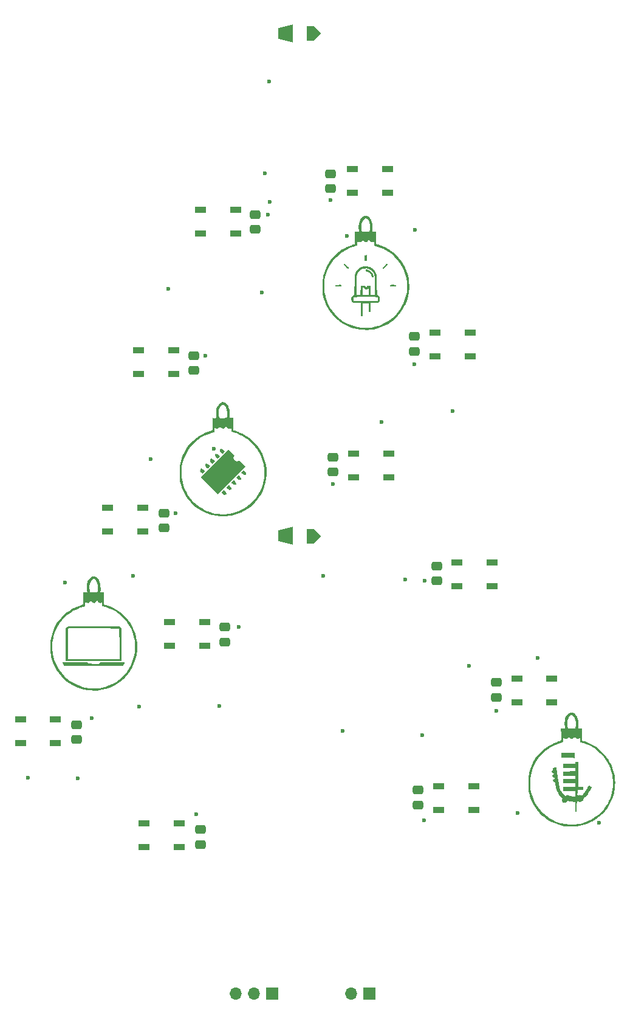
<source format=gbs>
G04 #@! TF.GenerationSoftware,KiCad,Pcbnew,8.0.6*
G04 #@! TF.CreationDate,2024-11-23T10:35:43+01:00*
G04 #@! TF.ProjectId,ChristmasTree,43687269-7374-46d6-9173-547265652e6b,rev?*
G04 #@! TF.SameCoordinates,Original*
G04 #@! TF.FileFunction,Soldermask,Bot*
G04 #@! TF.FilePolarity,Negative*
%FSLAX46Y46*%
G04 Gerber Fmt 4.6, Leading zero omitted, Abs format (unit mm)*
G04 Created by KiCad (PCBNEW 8.0.6) date 2024-11-23 10:35:43*
%MOMM*%
%LPD*%
G01*
G04 APERTURE LIST*
G04 Aperture macros list*
%AMRoundRect*
0 Rectangle with rounded corners*
0 $1 Rounding radius*
0 $2 $3 $4 $5 $6 $7 $8 $9 X,Y pos of 4 corners*
0 Add a 4 corners polygon primitive as box body*
4,1,4,$2,$3,$4,$5,$6,$7,$8,$9,$2,$3,0*
0 Add four circle primitives for the rounded corners*
1,1,$1+$1,$2,$3*
1,1,$1+$1,$4,$5*
1,1,$1+$1,$6,$7*
1,1,$1+$1,$8,$9*
0 Add four rect primitives between the rounded corners*
20,1,$1+$1,$2,$3,$4,$5,0*
20,1,$1+$1,$4,$5,$6,$7,0*
20,1,$1+$1,$6,$7,$8,$9,0*
20,1,$1+$1,$8,$9,$2,$3,0*%
%AMOutline4P*
0 Free polygon, 4 corners , with rotation*
0 The origin of the aperture is its center*
0 number of corners: always 4*
0 $1 to $8 corner X, Y*
0 $9 Rotation angle, in degrees counterclockwise*
0 create outline with 4 corners*
4,1,4,$1,$2,$3,$4,$5,$6,$7,$8,$1,$2,$9*%
G04 Aperture macros list end*
%ADD10C,0.000000*%
%ADD11R,1.700000X1.700000*%
%ADD12O,1.700000X1.700000*%
%ADD13Outline4P,-1.000000X-1.250000X1.000000X-0.750000X1.000000X0.750000X-1.000000X1.250000X180.000000*%
%ADD14R,1.500000X0.900000*%
%ADD15RoundRect,0.250000X0.475000X-0.337500X0.475000X0.337500X-0.475000X0.337500X-0.475000X-0.337500X0*%
%ADD16RoundRect,0.250000X-0.475000X0.337500X-0.475000X-0.337500X0.475000X-0.337500X0.475000X0.337500X0*%
%ADD17Outline4P,-0.500000X-1.000000X0.500000X0.000000X0.500000X0.000000X-0.500000X1.000000X0.000000*%
%ADD18R,1.000000X2.000000*%
%ADD19C,0.600000*%
G04 APERTURE END LIST*
D10*
G36*
X105552320Y-70877986D02*
G01*
X105585932Y-70882039D01*
X105590526Y-70886833D01*
X105604271Y-70931162D01*
X105609803Y-71001282D01*
X105609803Y-71105771D01*
X105185586Y-71105771D01*
X104761369Y-71105771D01*
X104761369Y-71003857D01*
X104761369Y-70901942D01*
X105161715Y-70884614D01*
X105232306Y-70881803D01*
X105365652Y-70877928D01*
X105475609Y-70876636D01*
X105552320Y-70877986D01*
G37*
G36*
X109162622Y-67138927D02*
G01*
X109162622Y-67549593D01*
X109076453Y-67560287D01*
X109060899Y-67562208D01*
X108974089Y-67571838D01*
X108925342Y-67573039D01*
X108901946Y-67564854D01*
X108891188Y-67546325D01*
X108889521Y-67537786D01*
X108885756Y-67483030D01*
X108883044Y-67389655D01*
X108881621Y-67268083D01*
X108881723Y-67128736D01*
X108884229Y-66744289D01*
X109023426Y-66736275D01*
X109162622Y-66728261D01*
X109162622Y-67138927D01*
G37*
G36*
X90051960Y-98829319D02*
G01*
X90136869Y-98916298D01*
X90230424Y-99031046D01*
X90290349Y-99131310D01*
X90311474Y-99209512D01*
X90311409Y-99212995D01*
X90286761Y-99286538D01*
X90228468Y-99356501D01*
X90152392Y-99403539D01*
X90132174Y-99410233D01*
X90038535Y-99420706D01*
X89943173Y-99393634D01*
X89838654Y-99325776D01*
X89717544Y-99213889D01*
X89587602Y-99080895D01*
X89766362Y-98903885D01*
X89945123Y-98726875D01*
X90051960Y-98829319D01*
G37*
G36*
X112854429Y-70876616D02*
G01*
X113258968Y-70880406D01*
X113267154Y-70993770D01*
X113275341Y-71107134D01*
X112856530Y-71099824D01*
X112830240Y-71099362D01*
X112671009Y-71095814D01*
X112557168Y-71089963D01*
X112482023Y-71079180D01*
X112438878Y-71060837D01*
X112421038Y-71032308D01*
X112421808Y-70990962D01*
X112434493Y-70934174D01*
X112439511Y-70916501D01*
X112450699Y-70898265D01*
X112474223Y-70886152D01*
X112518220Y-70879046D01*
X112590829Y-70875832D01*
X112700186Y-70875393D01*
X112854429Y-70876616D01*
G37*
G36*
X87532973Y-95077280D02*
G01*
X87652516Y-95116759D01*
X87781221Y-95196720D01*
X87909404Y-95311636D01*
X88012867Y-95419960D01*
X87949783Y-95492250D01*
X87918939Y-95527009D01*
X87851653Y-95601128D01*
X87780036Y-95678527D01*
X87673373Y-95792515D01*
X87507664Y-95619496D01*
X87432336Y-95539419D01*
X87381966Y-95478500D01*
X87354924Y-95429157D01*
X87343993Y-95377976D01*
X87341954Y-95311541D01*
X87348538Y-95198003D01*
X87372476Y-95123741D01*
X87418918Y-95085116D01*
X87493010Y-95074039D01*
X87532973Y-95077280D01*
G37*
G36*
X86825900Y-95767079D02*
G01*
X86915246Y-95797562D01*
X87022548Y-95852343D01*
X87133355Y-95923518D01*
X87233216Y-96003186D01*
X87349843Y-96109017D01*
X87177355Y-96281505D01*
X87149098Y-96309406D01*
X87060822Y-96389580D01*
X86999533Y-96431218D01*
X86961191Y-96437232D01*
X86956816Y-96435134D01*
X86915063Y-96401592D01*
X86853946Y-96340019D01*
X86785058Y-96261951D01*
X86722294Y-96183616D01*
X86678542Y-96115914D01*
X86657828Y-96057277D01*
X86652601Y-95992338D01*
X86654496Y-95952310D01*
X86679269Y-95853809D01*
X86728015Y-95787609D01*
X86794723Y-95763391D01*
X86825900Y-95767079D01*
G37*
G36*
X91465023Y-97473517D02*
G01*
X91543622Y-97568298D01*
X91619245Y-97681462D01*
X91670375Y-97784945D01*
X91689597Y-97865797D01*
X91689504Y-97868932D01*
X91669519Y-97920901D01*
X91625100Y-97978480D01*
X91575690Y-98016659D01*
X91478821Y-98042206D01*
X91363291Y-98018768D01*
X91357133Y-98016117D01*
X91304904Y-97982398D01*
X91236047Y-97926519D01*
X91162213Y-97859484D01*
X91095050Y-97792295D01*
X91046209Y-97735955D01*
X91027340Y-97701468D01*
X91030105Y-97693702D01*
X91059457Y-97651821D01*
X91114063Y-97586523D01*
X91185418Y-97508207D01*
X91343496Y-97340949D01*
X91465023Y-97473517D01*
G37*
G36*
X92034487Y-96673152D02*
G01*
X92072510Y-96708224D01*
X92132582Y-96769427D01*
X92205034Y-96847030D01*
X92274866Y-96924678D01*
X92321510Y-96983595D01*
X92344207Y-97029171D01*
X92349339Y-97074612D01*
X92343286Y-97133120D01*
X92338996Y-97160602D01*
X92320407Y-97243677D01*
X92299419Y-97302248D01*
X92252784Y-97340520D01*
X92175458Y-97347780D01*
X92077716Y-97326030D01*
X91969177Y-97278521D01*
X91859460Y-97208507D01*
X91758186Y-97119239D01*
X91653854Y-97010503D01*
X91829441Y-96834916D01*
X91872947Y-96792386D01*
X91945664Y-96726006D01*
X92000435Y-96682163D01*
X92027875Y-96668719D01*
X92034487Y-96673152D01*
G37*
G36*
X111946313Y-67926312D02*
G01*
X111983399Y-67950105D01*
X112037442Y-67994058D01*
X112115080Y-68062297D01*
X111823004Y-68351153D01*
X111765946Y-68407007D01*
X111668855Y-68499263D01*
X111587376Y-68573152D01*
X111528724Y-68622219D01*
X111500115Y-68640009D01*
X111475060Y-68631343D01*
X111426532Y-68595708D01*
X111382466Y-68549783D01*
X111363248Y-68512550D01*
X111365489Y-68507416D01*
X111394511Y-68470945D01*
X111450819Y-68408579D01*
X111526470Y-68328390D01*
X111613516Y-68238450D01*
X111704014Y-68146829D01*
X111790018Y-68061600D01*
X111863582Y-67990835D01*
X111916763Y-67942605D01*
X111941613Y-67924981D01*
X111946313Y-67926312D01*
G37*
G36*
X88989888Y-93732478D02*
G01*
X89087450Y-93788668D01*
X89209325Y-93882101D01*
X89271614Y-93932564D01*
X89338512Y-93984400D01*
X89380875Y-94014362D01*
X89388938Y-94020443D01*
X89394756Y-94041362D01*
X89375568Y-94075821D01*
X89326416Y-94130958D01*
X89242347Y-94213914D01*
X89175641Y-94277952D01*
X89108373Y-94336189D01*
X89058393Y-94359686D01*
X89012872Y-94348879D01*
X88958980Y-94304204D01*
X88883889Y-94226097D01*
X88837907Y-94175211D01*
X88746085Y-94048962D01*
X88697392Y-93937025D01*
X88692299Y-93842833D01*
X88731276Y-93769817D01*
X88814792Y-93721406D01*
X88830559Y-93716696D01*
X88907353Y-93709748D01*
X88989888Y-93732478D01*
G37*
G36*
X90696741Y-98058531D02*
G01*
X90744533Y-98110340D01*
X90802689Y-98188640D01*
X90863119Y-98282391D01*
X90917732Y-98380550D01*
X90931949Y-98409929D01*
X90968912Y-98521581D01*
X90963400Y-98605534D01*
X90915386Y-98665124D01*
X90841824Y-98701516D01*
X90741059Y-98706687D01*
X90628684Y-98664665D01*
X90500437Y-98574521D01*
X90485614Y-98562123D01*
X90409631Y-98496511D01*
X90351749Y-98443210D01*
X90323507Y-98412769D01*
X90322654Y-98409964D01*
X90338099Y-98375443D01*
X90381351Y-98317567D01*
X90442584Y-98246785D01*
X90511970Y-98173546D01*
X90579681Y-98108296D01*
X90635892Y-98061484D01*
X90670775Y-98043558D01*
X90696741Y-98058531D01*
G37*
G36*
X89302127Y-99445890D02*
G01*
X89353356Y-99499734D01*
X89416417Y-99576021D01*
X89481398Y-99662034D01*
X89538388Y-99745059D01*
X89577475Y-99812378D01*
X89607191Y-99885202D01*
X89611655Y-99955994D01*
X89573304Y-100011703D01*
X89487567Y-100065177D01*
X89424831Y-100093577D01*
X89345879Y-100110842D01*
X89271797Y-100095927D01*
X89190291Y-100045468D01*
X89089068Y-99956099D01*
X89020704Y-99888723D01*
X88967940Y-99828294D01*
X88946432Y-99786959D01*
X88950662Y-99756771D01*
X88962949Y-99738248D01*
X89007354Y-99684166D01*
X89068992Y-99616982D01*
X89137367Y-99547238D01*
X89201980Y-99485478D01*
X89252336Y-99442244D01*
X89277935Y-99428078D01*
X89302127Y-99445890D01*
G37*
G36*
X88307240Y-94417814D02*
G01*
X88398292Y-94472497D01*
X88515192Y-94562458D01*
X88535385Y-94578901D01*
X88611011Y-94641245D01*
X88654581Y-94687360D01*
X88665566Y-94728511D01*
X88643438Y-94775965D01*
X88587670Y-94840987D01*
X88497733Y-94934842D01*
X88490669Y-94942183D01*
X88422643Y-95008700D01*
X88367685Y-95055476D01*
X88337118Y-95072784D01*
X88335588Y-95072622D01*
X88299373Y-95048199D01*
X88245976Y-94990963D01*
X88184456Y-94913060D01*
X88123873Y-94826637D01*
X88073287Y-94743840D01*
X88041758Y-94676814D01*
X88033920Y-94651688D01*
X88022944Y-94543971D01*
X88055209Y-94461637D01*
X88129222Y-94409253D01*
X88163213Y-94398614D01*
X88232170Y-94394492D01*
X88307240Y-94417814D01*
G37*
G36*
X106083475Y-67941053D02*
G01*
X106134253Y-67971889D01*
X106206703Y-68031719D01*
X106307963Y-68125538D01*
X106380022Y-68194152D01*
X106472380Y-68281961D01*
X106549663Y-68355291D01*
X106600225Y-68403081D01*
X106621081Y-68422894D01*
X106655857Y-68463461D01*
X106657438Y-68496781D01*
X106630318Y-68543885D01*
X106585309Y-68592988D01*
X106540884Y-68613496D01*
X106531234Y-68610397D01*
X106485015Y-68578760D01*
X106413025Y-68518389D01*
X106323064Y-68436029D01*
X106222928Y-68338428D01*
X106200317Y-68315688D01*
X106096648Y-68209215D01*
X106026223Y-68131439D01*
X105984226Y-68076167D01*
X105965840Y-68037206D01*
X105966251Y-68008364D01*
X105985734Y-67974113D01*
X106037555Y-67936278D01*
X106047233Y-67934217D01*
X106083475Y-67941053D01*
G37*
G36*
X86122396Y-96405988D02*
G01*
X86178598Y-96438775D01*
X86258326Y-96493303D01*
X86350724Y-96562412D01*
X86465928Y-96651693D01*
X86545330Y-96715474D01*
X86591860Y-96760715D01*
X86609452Y-96795162D01*
X86602044Y-96826560D01*
X86573572Y-96862654D01*
X86527971Y-96911191D01*
X86482813Y-96961788D01*
X86418823Y-97038622D01*
X86374615Y-97097985D01*
X86373644Y-97099455D01*
X86331509Y-97148348D01*
X86294723Y-97168611D01*
X86269433Y-97155655D01*
X86217770Y-97109263D01*
X86152644Y-97039826D01*
X86083550Y-96958602D01*
X86019982Y-96876851D01*
X85971437Y-96805830D01*
X85947408Y-96756798D01*
X85946259Y-96719679D01*
X85962274Y-96645922D01*
X85992871Y-96561512D01*
X86031234Y-96481983D01*
X86070550Y-96422873D01*
X86104007Y-96399717D01*
X86122396Y-96405988D01*
G37*
G36*
X109235916Y-68746854D02*
G01*
X109383617Y-68786027D01*
X109602447Y-68883404D01*
X109789738Y-69018569D01*
X109941212Y-69187349D01*
X110052590Y-69385570D01*
X110119595Y-69609058D01*
X110129560Y-69673300D01*
X110136008Y-69751392D01*
X110132439Y-69797512D01*
X110128772Y-69804735D01*
X110089397Y-69826440D01*
X110008160Y-69828028D01*
X109991312Y-69826735D01*
X109936910Y-69818754D01*
X109903481Y-69797578D01*
X109878922Y-69750686D01*
X109851131Y-69665554D01*
X109821475Y-69577914D01*
X109765588Y-69455524D01*
X109693456Y-69352043D01*
X109596640Y-69258333D01*
X109466697Y-69165256D01*
X109295190Y-69063674D01*
X109212968Y-69016573D01*
X109121435Y-68957464D01*
X109065553Y-68908055D01*
X109037650Y-68860973D01*
X109030054Y-68808845D01*
X109030057Y-68807478D01*
X109038502Y-68757360D01*
X109069451Y-68732409D01*
X109132167Y-68729837D01*
X109235916Y-68746854D01*
G37*
G36*
X138141954Y-136379280D02*
G01*
X138141954Y-136753371D01*
X138047413Y-136753371D01*
X138042246Y-136753333D01*
X137963894Y-136745300D01*
X137904515Y-136727490D01*
X137867016Y-136720487D01*
X137782041Y-136713943D01*
X137656170Y-136708314D01*
X137495566Y-136703816D01*
X137306392Y-136700664D01*
X137094808Y-136699076D01*
X137055933Y-136698928D01*
X136861505Y-136697630D01*
X136684805Y-136695548D01*
X136532891Y-136692832D01*
X136412825Y-136689628D01*
X136331667Y-136686084D01*
X136296475Y-136682349D01*
X136276576Y-136663719D01*
X136264284Y-136619646D01*
X136260394Y-136543673D01*
X136264575Y-136428931D01*
X136276495Y-136268551D01*
X136293501Y-136067379D01*
X137118301Y-136055028D01*
X137201510Y-136053695D01*
X137406157Y-136049674D01*
X137594916Y-136044943D01*
X137760360Y-136039754D01*
X137895062Y-136034356D01*
X137991593Y-136028999D01*
X138042528Y-136023933D01*
X138141954Y-136005189D01*
X138141954Y-136379280D01*
G37*
G36*
X89890961Y-93801707D02*
G01*
X89918540Y-93824165D01*
X89975367Y-93877242D01*
X90054789Y-93954220D01*
X90150151Y-94048381D01*
X90254799Y-94153008D01*
X90362078Y-94261383D01*
X90465334Y-94366787D01*
X90557913Y-94462503D01*
X90633160Y-94541813D01*
X90684421Y-94598000D01*
X90705041Y-94624344D01*
X90698986Y-94662216D01*
X90670509Y-94718143D01*
X90658023Y-94741225D01*
X90629867Y-94821760D01*
X90611558Y-94913942D01*
X90608810Y-94983492D01*
X90636501Y-95124852D01*
X90703181Y-95251030D01*
X90801003Y-95352702D01*
X90922119Y-95420543D01*
X91058683Y-95445229D01*
X91092396Y-95444072D01*
X91196152Y-95430131D01*
X91283308Y-95405458D01*
X91297377Y-95399762D01*
X91369523Y-95375525D01*
X91420934Y-95365688D01*
X91428056Y-95368135D01*
X91470578Y-95398557D01*
X91541889Y-95459396D01*
X91635905Y-95545153D01*
X91746541Y-95650332D01*
X91867712Y-95769433D01*
X92272048Y-96173178D01*
X90349584Y-98097520D01*
X88427120Y-100021862D01*
X87838138Y-99436961D01*
X87684173Y-99283795D01*
X87479698Y-99079802D01*
X87261124Y-98861232D01*
X87040935Y-98640585D01*
X86831620Y-98430364D01*
X86645662Y-98243069D01*
X86042169Y-97634077D01*
X87957836Y-95717732D01*
X88154803Y-95520781D01*
X88412053Y-95263821D01*
X88656921Y-95019531D01*
X88886900Y-94790397D01*
X89099483Y-94578907D01*
X89292163Y-94387547D01*
X89462432Y-94218805D01*
X89607784Y-94075166D01*
X89725711Y-93959118D01*
X89813706Y-93873148D01*
X89869262Y-93819742D01*
X89889871Y-93801387D01*
X89890961Y-93801707D01*
G37*
G36*
X74097339Y-123417123D02*
G01*
X74387702Y-123417407D01*
X74632955Y-123418000D01*
X74836884Y-123419003D01*
X75003274Y-123420520D01*
X75135909Y-123422653D01*
X75238573Y-123425504D01*
X75315052Y-123429177D01*
X75369128Y-123433773D01*
X75404588Y-123439395D01*
X75425216Y-123446146D01*
X75434796Y-123454128D01*
X75437112Y-123463444D01*
X75437051Y-123465736D01*
X75419699Y-123526483D01*
X75378348Y-123610430D01*
X75322880Y-123701310D01*
X75263178Y-123782851D01*
X75209123Y-123838785D01*
X75137922Y-123894791D01*
X71100236Y-123887912D01*
X67062550Y-123881032D01*
X66978226Y-123801492D01*
X66937020Y-123755833D01*
X66880747Y-123673241D01*
X66834871Y-123584660D01*
X66807142Y-123505749D01*
X66805310Y-123452164D01*
X66814620Y-123445485D01*
X66842294Y-123439138D01*
X66891598Y-123433808D01*
X66966022Y-123429428D01*
X67069053Y-123425930D01*
X67204181Y-123423247D01*
X67374892Y-123421310D01*
X67584676Y-123420054D01*
X67837020Y-123419410D01*
X68135414Y-123419310D01*
X68483345Y-123419688D01*
X68532816Y-123419774D01*
X68824732Y-123420616D01*
X69101381Y-123421962D01*
X69358043Y-123423757D01*
X69589999Y-123425942D01*
X69792528Y-123428460D01*
X69960911Y-123431255D01*
X70090426Y-123434267D01*
X70176354Y-123437441D01*
X70213975Y-123440718D01*
X70261598Y-123465357D01*
X70310331Y-123519848D01*
X70334696Y-123563345D01*
X70364542Y-123604519D01*
X70364566Y-123604542D01*
X70396636Y-123610937D01*
X70474553Y-123616806D01*
X70591165Y-123621901D01*
X70739317Y-123625975D01*
X70911857Y-123628778D01*
X71101629Y-123630064D01*
X71814788Y-123631681D01*
X71912886Y-123524363D01*
X72010984Y-123417045D01*
X73724173Y-123417045D01*
X73758084Y-123417045D01*
X74097339Y-123417123D01*
G37*
G36*
X75013999Y-123284653D02*
G01*
X71122705Y-123277937D01*
X67231411Y-123271220D01*
X67231411Y-120960043D01*
X67231411Y-118726546D01*
X67536317Y-118726546D01*
X67536317Y-120860519D01*
X67536416Y-121184540D01*
X67536847Y-121546432D01*
X67537659Y-121860455D01*
X67538896Y-122129482D01*
X67540605Y-122356386D01*
X67542828Y-122544038D01*
X67545610Y-122695312D01*
X67548995Y-122813079D01*
X67553029Y-122900213D01*
X67557754Y-122959585D01*
X67563216Y-122994067D01*
X67569459Y-123006534D01*
X67603923Y-123009742D01*
X67688577Y-123012776D01*
X67820319Y-123015581D01*
X67996158Y-123018145D01*
X68213106Y-123020456D01*
X68468172Y-123022503D01*
X68758368Y-123024273D01*
X69080705Y-123025755D01*
X69432193Y-123026937D01*
X69809843Y-123027807D01*
X70210665Y-123028354D01*
X70631671Y-123028565D01*
X71069871Y-123028429D01*
X71522275Y-123027934D01*
X71985895Y-123027069D01*
X72457742Y-123025821D01*
X74688039Y-123019043D01*
X74702626Y-122910289D01*
X74702894Y-122908134D01*
X74706067Y-122852822D01*
X74708459Y-122751967D01*
X74710116Y-122610496D01*
X74711080Y-122433340D01*
X74711398Y-122225425D01*
X74711113Y-121991681D01*
X74710271Y-121737036D01*
X74708915Y-121466419D01*
X74707091Y-121184759D01*
X74704843Y-120896983D01*
X74702215Y-120608020D01*
X74699252Y-120322799D01*
X74695999Y-120046249D01*
X74692501Y-119783297D01*
X74688801Y-119538873D01*
X74684945Y-119317905D01*
X74680977Y-119125321D01*
X74676941Y-118966050D01*
X74672883Y-118845020D01*
X74668846Y-118767161D01*
X74664876Y-118737400D01*
X74645531Y-118734891D01*
X74576622Y-118731812D01*
X74461512Y-118728781D01*
X74303982Y-118725812D01*
X74107810Y-118722921D01*
X73876774Y-118720120D01*
X73614655Y-118717426D01*
X73325232Y-118714851D01*
X73012282Y-118712411D01*
X72679586Y-118710119D01*
X72330922Y-118707990D01*
X71970070Y-118706039D01*
X71600808Y-118704280D01*
X71226916Y-118702726D01*
X70852172Y-118701393D01*
X70480356Y-118700295D01*
X70115246Y-118699446D01*
X69760622Y-118698860D01*
X69420263Y-118698553D01*
X69097948Y-118698537D01*
X68797455Y-118698828D01*
X68522564Y-118699440D01*
X68277055Y-118700387D01*
X68064705Y-118701684D01*
X67889294Y-118703345D01*
X67754601Y-118705384D01*
X67664406Y-118707815D01*
X67622486Y-118710654D01*
X67536317Y-118726546D01*
X67231411Y-118726546D01*
X67231411Y-118648865D01*
X67297695Y-118577033D01*
X67306049Y-118567744D01*
X67322770Y-118548363D01*
X67338874Y-118530922D01*
X67357043Y-118515320D01*
X67379959Y-118501455D01*
X67410304Y-118489225D01*
X67450761Y-118478527D01*
X67504012Y-118469260D01*
X67572739Y-118461322D01*
X67659624Y-118454611D01*
X67767349Y-118449025D01*
X67898597Y-118444461D01*
X68056050Y-118440818D01*
X68242390Y-118437994D01*
X68460300Y-118435887D01*
X68712460Y-118434395D01*
X69001555Y-118433416D01*
X69330266Y-118432847D01*
X69701275Y-118432587D01*
X70117264Y-118432535D01*
X70580916Y-118432587D01*
X71094912Y-118432642D01*
X71638635Y-118432860D01*
X72145215Y-118433466D01*
X72610586Y-118434451D01*
X73033565Y-118435808D01*
X73412972Y-118437527D01*
X73747624Y-118439599D01*
X74036340Y-118442017D01*
X74277937Y-118444772D01*
X74471235Y-118447854D01*
X74615052Y-118451257D01*
X74708206Y-118454971D01*
X74749515Y-118458987D01*
X74764000Y-118463641D01*
X74847387Y-118506734D01*
X74921853Y-118566628D01*
X74999887Y-118648071D01*
X75006943Y-120966362D01*
X75010775Y-122225425D01*
X75013999Y-123284653D01*
G37*
G36*
X110669966Y-72275915D02*
G01*
X110688986Y-72283685D01*
X110800293Y-72349391D01*
X110895469Y-72436931D01*
X110956548Y-72530354D01*
X110975137Y-72592842D01*
X110991575Y-72711591D01*
X110992344Y-72733641D01*
X110996365Y-72849021D01*
X110989837Y-72987459D01*
X110972319Y-73109232D01*
X110944141Y-73196667D01*
X110927298Y-73227659D01*
X110888177Y-73285002D01*
X110840639Y-73328229D01*
X110777250Y-73359503D01*
X110690579Y-73380986D01*
X110573191Y-73394839D01*
X110417655Y-73403226D01*
X110216536Y-73408307D01*
X109719407Y-73417419D01*
X109719407Y-74051261D01*
X109719407Y-74685103D01*
X109586839Y-74685103D01*
X109454271Y-74685103D01*
X109454271Y-74062034D01*
X109454271Y-73438966D01*
X109235534Y-73433571D01*
X109100326Y-73430610D01*
X108946335Y-73427833D01*
X108811317Y-73425944D01*
X108605837Y-73423712D01*
X108600757Y-73530765D01*
X108599966Y-73549590D01*
X108597357Y-73638434D01*
X108595021Y-73754072D01*
X108593385Y-73876439D01*
X108593316Y-73883577D01*
X108592270Y-73989450D01*
X108590807Y-74134457D01*
X108589055Y-74305850D01*
X108587145Y-74490879D01*
X108585208Y-74676795D01*
X108579323Y-75238529D01*
X108493154Y-75249473D01*
X108489378Y-75249964D01*
X108446218Y-75256485D01*
X108411450Y-75260058D01*
X108384132Y-75255678D01*
X108363318Y-75238336D01*
X108348065Y-75203026D01*
X108337429Y-75144740D01*
X108330467Y-75058473D01*
X108326234Y-74939216D01*
X108323786Y-74781963D01*
X108322180Y-74581708D01*
X108320472Y-74333442D01*
X108313500Y-73412452D01*
X107919759Y-73412452D01*
X107849350Y-73412253D01*
X107651200Y-73408448D01*
X107496057Y-73398758D01*
X107376370Y-73381813D01*
X107284590Y-73356247D01*
X107213164Y-73320690D01*
X107154544Y-73273775D01*
X107103642Y-73214925D01*
X107048372Y-73104922D01*
X107021132Y-72965483D01*
X107019932Y-72844400D01*
X107327989Y-72844400D01*
X107329029Y-72889374D01*
X107334315Y-72988905D01*
X107342456Y-73062088D01*
X107352168Y-73095585D01*
X107380874Y-73099008D01*
X107457155Y-73102558D01*
X107575423Y-73106145D01*
X107730123Y-73109716D01*
X107915706Y-73113220D01*
X108126618Y-73116605D01*
X108357308Y-73119820D01*
X108602225Y-73122813D01*
X108855815Y-73125532D01*
X109112528Y-73127925D01*
X109366811Y-73129941D01*
X109613112Y-73131528D01*
X109845880Y-73132635D01*
X110059563Y-73133208D01*
X110248609Y-73133198D01*
X110407465Y-73132552D01*
X110530581Y-73131218D01*
X110612404Y-73129145D01*
X110647382Y-73126280D01*
X110659406Y-73121738D01*
X110693428Y-73097503D01*
X110713783Y-73053182D01*
X110723727Y-72977843D01*
X110726516Y-72860552D01*
X110726810Y-72839552D01*
X110729565Y-72782390D01*
X110732193Y-72733641D01*
X110730915Y-72692643D01*
X110721954Y-72658735D01*
X110701532Y-72631256D01*
X110665870Y-72609542D01*
X110611190Y-72592933D01*
X110533715Y-72580767D01*
X110429666Y-72572383D01*
X110295265Y-72567117D01*
X110126734Y-72564310D01*
X109920295Y-72563299D01*
X109672170Y-72563421D01*
X109378581Y-72564017D01*
X109035749Y-72564424D01*
X109033485Y-72564424D01*
X108736191Y-72564879D01*
X108456443Y-72566039D01*
X108198675Y-72567840D01*
X107967323Y-72570218D01*
X107766823Y-72573109D01*
X107601609Y-72576449D01*
X107476116Y-72580175D01*
X107394779Y-72584222D01*
X107362034Y-72588527D01*
X107350649Y-72599943D01*
X107335858Y-72643028D01*
X107328687Y-72721642D01*
X107327989Y-72844400D01*
X107019932Y-72844400D01*
X107019367Y-72787419D01*
X107034662Y-72660771D01*
X107085477Y-72517080D01*
X107173624Y-72406664D01*
X107302390Y-72324142D01*
X107347055Y-72302083D01*
X107410160Y-72266203D01*
X107441626Y-72241456D01*
X107442103Y-72240107D01*
X107445301Y-72201923D01*
X107448484Y-72116669D01*
X107451571Y-71989520D01*
X107454480Y-71825655D01*
X107457129Y-71630253D01*
X107459437Y-71408491D01*
X107461321Y-71165546D01*
X107462311Y-70979702D01*
X107757403Y-70979702D01*
X107757403Y-72274224D01*
X108029167Y-72266668D01*
X108300931Y-72259112D01*
X108306849Y-71766861D01*
X108605837Y-71766861D01*
X108605837Y-72239226D01*
X108688692Y-72255797D01*
X108745023Y-72262102D01*
X108841967Y-72267435D01*
X108964770Y-72271042D01*
X109099652Y-72272368D01*
X109142070Y-72272274D01*
X109276046Y-72269953D01*
X109364551Y-72264071D01*
X109413543Y-72254029D01*
X109428976Y-72239226D01*
X109429443Y-72217924D01*
X109430567Y-72149322D01*
X109432116Y-72044093D01*
X109433949Y-71911795D01*
X109435929Y-71761982D01*
X109436986Y-71581067D01*
X109434031Y-71449575D01*
X109425884Y-71364033D01*
X109411365Y-71320942D01*
X109389296Y-71316800D01*
X109358496Y-71348107D01*
X109317786Y-71411362D01*
X109263774Y-71487164D01*
X109202335Y-71530001D01*
X109132017Y-71529910D01*
X109045700Y-71486681D01*
X108936261Y-71400104D01*
X108924451Y-71390117D01*
X108844478Y-71336036D01*
X108758570Y-71294994D01*
X108682707Y-71273430D01*
X108632869Y-71277789D01*
X108627859Y-71286657D01*
X108618616Y-71342325D01*
X108611691Y-71444065D01*
X108607344Y-71587152D01*
X108605837Y-71766861D01*
X108306849Y-71766861D01*
X108308078Y-71664647D01*
X108310911Y-71493254D01*
X108316474Y-71306757D01*
X108324004Y-71166762D01*
X108333377Y-71075438D01*
X108344467Y-71034950D01*
X108359462Y-71024159D01*
X108414121Y-71010124D01*
X108509634Y-71002205D01*
X108651982Y-70999717D01*
X108713741Y-70999798D01*
X108819173Y-71001516D01*
X108889926Y-71007587D01*
X108938673Y-71020746D01*
X108978089Y-71043726D01*
X109020848Y-71079258D01*
X109047741Y-71102130D01*
X109101061Y-71142724D01*
X109131314Y-71158799D01*
X109133756Y-71158327D01*
X109161607Y-71132470D01*
X109198175Y-71079258D01*
X109223515Y-71040661D01*
X109256862Y-71013681D01*
X109308647Y-71003298D01*
X109396114Y-71002854D01*
X109456303Y-71005154D01*
X109554279Y-71012742D01*
X109626609Y-71022974D01*
X109706150Y-71039956D01*
X109717918Y-71581067D01*
X109719407Y-71649534D01*
X109732664Y-72259112D01*
X110017684Y-72266637D01*
X110302705Y-72274162D01*
X110302180Y-71060270D01*
X110301794Y-70872241D01*
X110300341Y-70623274D01*
X110297929Y-70389347D01*
X110294679Y-70176792D01*
X110290712Y-69991940D01*
X110286146Y-69841121D01*
X110281103Y-69730668D01*
X110275703Y-69666910D01*
X110251305Y-69548217D01*
X110187296Y-69357013D01*
X110099551Y-69174402D01*
X109997615Y-69022500D01*
X109935253Y-68956893D01*
X109841216Y-68874471D01*
X109743317Y-68801564D01*
X109564990Y-68702449D01*
X109336120Y-68623906D01*
X109099945Y-68589475D01*
X108863450Y-68597555D01*
X108633619Y-68646543D01*
X108417436Y-68734839D01*
X108221887Y-68860839D01*
X108053956Y-69022944D01*
X107920626Y-69219550D01*
X107901375Y-69255929D01*
X107868961Y-69320299D01*
X107841815Y-69382295D01*
X107819472Y-69446953D01*
X107801463Y-69519310D01*
X107787322Y-69604402D01*
X107776582Y-69707267D01*
X107768776Y-69832939D01*
X107763436Y-69986456D01*
X107760096Y-70172855D01*
X107758288Y-70397171D01*
X107757546Y-70664441D01*
X107757403Y-70979702D01*
X107462311Y-70979702D01*
X107462700Y-70906597D01*
X107463170Y-70796363D01*
X107464723Y-70496960D01*
X107466803Y-70243981D01*
X107469828Y-70032466D01*
X107474216Y-69857453D01*
X107480386Y-69713983D01*
X107488755Y-69597094D01*
X107499742Y-69501827D01*
X107513766Y-69423219D01*
X107531244Y-69356312D01*
X107552594Y-69296145D01*
X107578235Y-69237756D01*
X107608585Y-69176186D01*
X107676916Y-69055499D01*
X107835736Y-68842536D01*
X108025856Y-68655652D01*
X108238739Y-68501565D01*
X108465845Y-68386994D01*
X108698634Y-68318655D01*
X108715567Y-68315705D01*
X108874922Y-68300255D01*
X109056266Y-68299772D01*
X109241083Y-68313013D01*
X109410856Y-68338731D01*
X109547069Y-68375683D01*
X109653843Y-68421360D01*
X109852304Y-68533324D01*
X110040492Y-68671148D01*
X110197467Y-68820513D01*
X110306961Y-68962694D01*
X110409878Y-69134234D01*
X110492307Y-69311594D01*
X110543880Y-69475187D01*
X110547191Y-69496328D01*
X110554071Y-69578178D01*
X110560710Y-69707371D01*
X110566997Y-69880053D01*
X110572818Y-70092366D01*
X110578062Y-70340454D01*
X110582614Y-70620461D01*
X110586363Y-70928532D01*
X110599987Y-72249309D01*
X110665355Y-72274162D01*
X110669966Y-72275915D01*
G37*
G36*
X138637956Y-137880197D02*
G01*
X138638116Y-137898339D01*
X138639378Y-138070318D01*
X138640591Y-138283941D01*
X138641717Y-138529092D01*
X138642718Y-138795657D01*
X138643555Y-139073522D01*
X138644190Y-139352573D01*
X138644585Y-139622695D01*
X138645712Y-140755380D01*
X138997016Y-140762778D01*
X139348321Y-140770176D01*
X139348321Y-140982285D01*
X139348321Y-141194394D01*
X138945311Y-141201705D01*
X138542300Y-141209017D01*
X138534350Y-141606077D01*
X138533264Y-141676905D01*
X138533178Y-141805878D01*
X138535649Y-141909344D01*
X138540383Y-141978139D01*
X138547085Y-142003097D01*
X138576131Y-141995004D01*
X138640845Y-141971044D01*
X138725252Y-141936773D01*
X138802965Y-141905319D01*
X138871714Y-141880143D01*
X138907455Y-141870490D01*
X138908481Y-141870555D01*
X138933762Y-141894933D01*
X138959901Y-141950030D01*
X138971525Y-141982162D01*
X138994198Y-142020463D01*
X139028241Y-142021825D01*
X139091130Y-141991812D01*
X139183127Y-141929021D01*
X139306614Y-141810531D01*
X139442612Y-141647737D01*
X139588671Y-141443862D01*
X139742344Y-141202128D01*
X139901181Y-140925759D01*
X139960317Y-140819254D01*
X140031328Y-140697084D01*
X140084460Y-140615333D01*
X140122958Y-140569681D01*
X140150071Y-140555808D01*
X140169047Y-140569391D01*
X140170306Y-140571125D01*
X140204734Y-140598851D01*
X140271340Y-140642093D01*
X140357002Y-140692272D01*
X140369366Y-140699251D01*
X140449842Y-140748227D01*
X140506654Y-140788904D01*
X140528175Y-140813077D01*
X140526248Y-140820112D01*
X140504984Y-140866565D01*
X140463942Y-140946707D01*
X140407770Y-141051609D01*
X140341118Y-141172338D01*
X140303982Y-141238258D01*
X140139400Y-141518547D01*
X139988452Y-141753974D01*
X139847886Y-141948798D01*
X139714452Y-142107279D01*
X139584899Y-142233678D01*
X139455977Y-142332253D01*
X139384178Y-142381589D01*
X139324831Y-142425824D01*
X139296823Y-142451314D01*
X139295823Y-142453515D01*
X139304326Y-142490683D01*
X139337993Y-142544287D01*
X139347878Y-142557435D01*
X139372503Y-142609409D01*
X139360141Y-142653713D01*
X139306084Y-142697610D01*
X139205622Y-142748359D01*
X139173210Y-142762593D01*
X139083056Y-142799570D01*
X138984222Y-142837545D01*
X138891139Y-142871224D01*
X138818236Y-142895313D01*
X138779941Y-142904519D01*
X138779040Y-142904412D01*
X138758628Y-142879765D01*
X138733368Y-142824978D01*
X138712652Y-142787748D01*
X138657406Y-142749834D01*
X138591382Y-142747684D01*
X138528113Y-142776922D01*
X138481136Y-142833173D01*
X138463986Y-142912061D01*
X138457371Y-142989293D01*
X138434674Y-143076857D01*
X138430145Y-143091276D01*
X138418639Y-143168231D01*
X138411062Y-143294537D01*
X138407361Y-143471375D01*
X138407486Y-143699926D01*
X138407801Y-143740597D01*
X138408908Y-143901838D01*
X138409655Y-144042958D01*
X138410012Y-144155733D01*
X138409950Y-144231935D01*
X138409442Y-144263339D01*
X138391621Y-144276357D01*
X138340805Y-144283224D01*
X138274522Y-144283224D01*
X138270216Y-143878892D01*
X138269479Y-143813462D01*
X138267583Y-143670025D01*
X138265555Y-143544717D01*
X138263596Y-143449172D01*
X138261906Y-143395020D01*
X138261098Y-143376604D01*
X138258508Y-143298622D01*
X138255631Y-143191753D01*
X138252954Y-143073485D01*
X138248008Y-142831492D01*
X138128755Y-142844933D01*
X138084832Y-142847538D01*
X137974076Y-142845525D01*
X137834318Y-142836293D01*
X137680386Y-142821369D01*
X137527104Y-142802279D01*
X137389299Y-142780552D01*
X137281797Y-142757712D01*
X137147695Y-142722600D01*
X137041094Y-142838041D01*
X137007070Y-142873052D01*
X136909426Y-142947769D01*
X136808516Y-142979741D01*
X136689518Y-142974730D01*
X136582236Y-142942117D01*
X136480762Y-142866439D01*
X136398684Y-142744891D01*
X136369344Y-142680370D01*
X136354409Y-142607964D01*
X136368385Y-142533250D01*
X136412163Y-142435762D01*
X136455141Y-142351452D01*
X136241074Y-142144113D01*
X136121142Y-142020948D01*
X135967050Y-141832914D01*
X135831918Y-141624664D01*
X135704273Y-141379867D01*
X135695436Y-141361103D01*
X135634155Y-141216896D01*
X135583953Y-141067430D01*
X135541748Y-140900765D01*
X135504462Y-140704964D01*
X135469013Y-140468089D01*
X135466026Y-140446194D01*
X135446157Y-140309557D01*
X135427554Y-140215354D01*
X135405688Y-140154576D01*
X135376029Y-140118219D01*
X135334048Y-140097276D01*
X135275216Y-140082740D01*
X135215326Y-140049845D01*
X135166826Y-139968387D01*
X135140554Y-139842591D01*
X135139981Y-139836413D01*
X135143343Y-139785228D01*
X135172253Y-139748024D01*
X135238718Y-139708387D01*
X135256692Y-139698697D01*
X135332422Y-139642404D01*
X135355178Y-139587924D01*
X135324965Y-139534888D01*
X135241788Y-139482927D01*
X135155248Y-139438439D01*
X135099923Y-139394114D01*
X135069545Y-139337537D01*
X135051256Y-139253204D01*
X135044405Y-139203651D01*
X135048351Y-139155607D01*
X135077846Y-139119272D01*
X135142891Y-139075220D01*
X135178316Y-139050813D01*
X135231175Y-139003931D01*
X135251975Y-138968815D01*
X135232910Y-138918018D01*
X135184577Y-138869196D01*
X135129565Y-138847943D01*
X135080518Y-138833772D01*
X135021038Y-138779934D01*
X134977327Y-138700251D01*
X134960325Y-138610097D01*
X134960334Y-138605144D01*
X134966290Y-138534607D01*
X134992644Y-138493102D01*
X135053123Y-138458156D01*
X135058375Y-138455591D01*
X135127803Y-138399942D01*
X135147421Y-138326703D01*
X135117567Y-138234693D01*
X135116420Y-138232518D01*
X135103401Y-138178933D01*
X135131270Y-138140285D01*
X135203908Y-138114013D01*
X135325195Y-138097552D01*
X135417165Y-138088243D01*
X135505845Y-138076158D01*
X135561811Y-138064849D01*
X135594863Y-138058801D01*
X135619364Y-138076983D01*
X135633339Y-138136056D01*
X135647632Y-138229808D01*
X135727281Y-138759593D01*
X135811288Y-139330479D01*
X135900506Y-139948256D01*
X135928857Y-140144328D01*
X135962754Y-140370752D01*
X135992444Y-140556020D01*
X136019331Y-140706739D01*
X136044820Y-140829517D01*
X136070314Y-140930959D01*
X136097219Y-141017674D01*
X136126937Y-141096269D01*
X136160874Y-141173350D01*
X136263924Y-141374054D01*
X136383843Y-141555439D01*
X136525476Y-141716609D01*
X136701923Y-141874541D01*
X136900750Y-142037009D01*
X136993439Y-141944320D01*
X137086128Y-141851631D01*
X137224342Y-141926491D01*
X137277315Y-141952654D01*
X137442388Y-142014194D01*
X137633256Y-142063735D01*
X137830527Y-142096805D01*
X138014813Y-142108926D01*
X138219092Y-142109112D01*
X138234898Y-142022943D01*
X138238966Y-141988107D01*
X138243241Y-141899799D01*
X138244609Y-141784577D01*
X138242727Y-141658381D01*
X138234751Y-141379988D01*
X137399574Y-141366732D01*
X136564396Y-141353475D01*
X136564396Y-141061826D01*
X136564396Y-140770176D01*
X137200722Y-140750205D01*
X137293967Y-140747360D01*
X137485514Y-140741997D01*
X137666982Y-140737512D01*
X137827643Y-140734142D01*
X137956766Y-140732123D01*
X138043622Y-140731689D01*
X138250197Y-140733145D01*
X138242474Y-140513998D01*
X138234751Y-140294850D01*
X137420788Y-140293891D01*
X137254100Y-140293374D01*
X137016958Y-140291114D01*
X136831560Y-140287082D01*
X136697120Y-140281251D01*
X136612852Y-140273594D01*
X136577970Y-140264081D01*
X136574325Y-140258948D01*
X136561925Y-140205908D01*
X136555909Y-140108213D01*
X136556756Y-139972432D01*
X136564396Y-139709634D01*
X137227236Y-139691106D01*
X137350388Y-139687753D01*
X137540807Y-139682909D01*
X137717769Y-139678798D01*
X137871386Y-139675632D01*
X137991772Y-139673624D01*
X138069041Y-139672988D01*
X138248008Y-139673398D01*
X138248008Y-139446638D01*
X138248008Y-139219877D01*
X137406202Y-139212877D01*
X136564396Y-139205876D01*
X136564396Y-138927483D01*
X136564396Y-138649091D01*
X136736734Y-138643669D01*
X136781920Y-138642048D01*
X136887084Y-138637762D01*
X137029014Y-138631618D01*
X137198024Y-138624045D01*
X137384428Y-138615472D01*
X137578540Y-138606329D01*
X138248008Y-138574412D01*
X138248008Y-138357657D01*
X138248008Y-138140902D01*
X137406202Y-138143117D01*
X136564396Y-138145333D01*
X136556570Y-137864147D01*
X136548743Y-137582961D01*
X136689138Y-137566100D01*
X136689764Y-137566025D01*
X136771874Y-137559486D01*
X136890969Y-137554099D01*
X137031182Y-137550421D01*
X137176645Y-137549008D01*
X137312497Y-137547945D01*
X137507989Y-137544243D01*
X137707690Y-137538529D01*
X137884595Y-137531472D01*
X138245433Y-137514167D01*
X138253349Y-137392276D01*
X138261265Y-137270385D01*
X138446860Y-137270385D01*
X138632455Y-137270385D01*
X138637956Y-137880197D01*
G37*
G36*
X72073214Y-113103998D02*
G01*
X72073962Y-113263332D01*
X72071300Y-113405858D01*
X72065004Y-113519555D01*
X72054854Y-113592402D01*
X72037875Y-113660051D01*
X72305885Y-113660051D01*
X72573895Y-113660051D01*
X72573895Y-114520619D01*
X72573895Y-115381188D01*
X72766119Y-115435985D01*
X72833627Y-115455593D01*
X73364516Y-115637260D01*
X73864805Y-115859891D01*
X74339437Y-116126222D01*
X74793354Y-116438989D01*
X75231500Y-116800930D01*
X75266773Y-116832891D01*
X75617163Y-117187081D01*
X75941604Y-117582260D01*
X76236652Y-118011883D01*
X76498862Y-118469401D01*
X76724789Y-118948271D01*
X76910988Y-119441946D01*
X77054016Y-119943879D01*
X77150426Y-120447525D01*
X77150760Y-120449863D01*
X77168339Y-120614929D01*
X77180880Y-120818005D01*
X77188384Y-121046118D01*
X77190850Y-121286298D01*
X77190731Y-121297337D01*
X77188280Y-121525575D01*
X77180674Y-121750976D01*
X77168032Y-121949532D01*
X77150356Y-122108272D01*
X77080633Y-122484947D01*
X76959882Y-122952555D01*
X76804342Y-123416245D01*
X76618430Y-123864449D01*
X76406560Y-124285602D01*
X76173148Y-124668136D01*
X76138708Y-124718352D01*
X75937938Y-124987841D01*
X75708622Y-125263226D01*
X75463157Y-125530864D01*
X75213942Y-125777113D01*
X74973373Y-125988331D01*
X74814573Y-126113485D01*
X74355348Y-126430947D01*
X73869811Y-126703457D01*
X73357030Y-126931395D01*
X72816076Y-127115144D01*
X72246016Y-127255085D01*
X71645920Y-127351599D01*
X71626825Y-127353522D01*
X71528813Y-127358001D01*
X71392092Y-127359105D01*
X71227726Y-127357215D01*
X71046776Y-127352713D01*
X70860306Y-127345983D01*
X70679378Y-127337406D01*
X70515054Y-127327364D01*
X70378398Y-127316240D01*
X70280471Y-127304416D01*
X69740003Y-127198216D01*
X69212648Y-127051873D01*
X68714482Y-126866762D01*
X68239944Y-126640807D01*
X67783471Y-126371929D01*
X67389915Y-126091581D01*
X66982150Y-125743391D01*
X66602053Y-125356880D01*
X66255193Y-124938258D01*
X65947140Y-124493739D01*
X65683462Y-124029533D01*
X65593909Y-123844099D01*
X65444705Y-123489513D01*
X65316165Y-123122894D01*
X65212140Y-122756970D01*
X65136481Y-122404467D01*
X65093038Y-122078110D01*
X65088322Y-122015047D01*
X65079358Y-121831012D01*
X65074507Y-121620327D01*
X65073535Y-121392944D01*
X65076210Y-121158818D01*
X65079149Y-121047325D01*
X65358330Y-121047325D01*
X65360509Y-121397497D01*
X65377728Y-121749032D01*
X65409510Y-122085327D01*
X65455381Y-122389779D01*
X65494933Y-122581774D01*
X65635531Y-123088288D01*
X65824890Y-123582799D01*
X66060094Y-124060341D01*
X66338223Y-124515946D01*
X66656359Y-124944647D01*
X67011584Y-125341477D01*
X67400981Y-125701469D01*
X67401430Y-125701845D01*
X67837319Y-126035615D01*
X68291541Y-126320793D01*
X68768815Y-126560035D01*
X69273856Y-126755997D01*
X69411509Y-126801287D01*
X69683703Y-126882858D01*
X69931311Y-126944203D01*
X70169400Y-126988818D01*
X70413039Y-127020197D01*
X70541761Y-127032253D01*
X70984637Y-127055782D01*
X71422434Y-127052289D01*
X71844657Y-127022418D01*
X72240814Y-126966812D01*
X72600409Y-126886114D01*
X72679328Y-126862771D01*
X72845714Y-126807206D01*
X73036282Y-126737673D01*
X73236117Y-126660036D01*
X73430300Y-126580164D01*
X73603913Y-126503921D01*
X73742039Y-126437175D01*
X73746074Y-126435074D01*
X74193081Y-126174202D01*
X74620737Y-125869538D01*
X75023622Y-125526543D01*
X75396316Y-125150678D01*
X75733399Y-124747405D01*
X76029453Y-124322185D01*
X76279058Y-123880480D01*
X76465491Y-123474991D01*
X76640438Y-122997097D01*
X76767657Y-122513620D01*
X76849419Y-122015666D01*
X76887993Y-121494340D01*
X76891919Y-121297337D01*
X76875886Y-120798996D01*
X76819963Y-120324236D01*
X76722141Y-119862698D01*
X76580415Y-119404021D01*
X76392777Y-118937846D01*
X76315473Y-118771134D01*
X76048491Y-118275428D01*
X75741882Y-117813941D01*
X75397173Y-117388134D01*
X75015893Y-116999466D01*
X74599570Y-116649400D01*
X74149734Y-116339394D01*
X73667913Y-116070909D01*
X73155635Y-115845405D01*
X73069818Y-115813970D01*
X72935773Y-115769307D01*
X72791995Y-115725242D01*
X72650450Y-115685130D01*
X72523105Y-115652325D01*
X72421927Y-115630182D01*
X72358884Y-115622055D01*
X72352215Y-115621848D01*
X72332395Y-115614934D01*
X72319706Y-115591444D01*
X72312581Y-115542267D01*
X72309454Y-115458291D01*
X72308760Y-115330406D01*
X72308023Y-115216173D01*
X72303329Y-115118763D01*
X72291432Y-115063361D01*
X72269108Y-115043895D01*
X72233134Y-115054294D01*
X72180285Y-115088487D01*
X72119756Y-115125467D01*
X72004097Y-115160566D01*
X71893352Y-115144045D01*
X71785772Y-115075437D01*
X71679607Y-114954271D01*
X71582422Y-114818997D01*
X71474975Y-114942670D01*
X71365027Y-115055998D01*
X71251035Y-115137195D01*
X71144470Y-115167914D01*
X71040971Y-115148262D01*
X70936181Y-115078341D01*
X70825741Y-114958258D01*
X70721163Y-114825957D01*
X70620128Y-114947286D01*
X70517633Y-115056561D01*
X70409953Y-115133761D01*
X70306616Y-115162261D01*
X70202437Y-115143347D01*
X70092231Y-115078307D01*
X70073405Y-115064429D01*
X70014791Y-115027187D01*
X69977334Y-115012243D01*
X69970260Y-115018195D01*
X69958610Y-115068683D01*
X69951474Y-115168878D01*
X69949052Y-115316644D01*
X69949052Y-115621045D01*
X69876140Y-115637193D01*
X69746966Y-115667556D01*
X69254654Y-115815141D01*
X68771584Y-116009328D01*
X68304141Y-116246258D01*
X67858710Y-116522075D01*
X67441677Y-116832924D01*
X67059428Y-117174947D01*
X66718347Y-117544289D01*
X66552373Y-117752818D01*
X66263367Y-118167882D01*
X66008622Y-118605183D01*
X65791490Y-119057386D01*
X65615323Y-119517156D01*
X65483474Y-119977158D01*
X65399297Y-120430057D01*
X65371664Y-120715118D01*
X65358330Y-121047325D01*
X65079149Y-121047325D01*
X65082298Y-120927902D01*
X65091567Y-120710150D01*
X65103785Y-120515516D01*
X65118718Y-120353953D01*
X65136133Y-120235416D01*
X65164334Y-120099153D01*
X65309040Y-119530935D01*
X65490661Y-118995182D01*
X65708297Y-118493796D01*
X65961045Y-118028678D01*
X66248005Y-117601728D01*
X66568274Y-117214848D01*
X66816244Y-116960722D01*
X67230520Y-116596671D01*
X67680826Y-116269717D01*
X68168267Y-115979158D01*
X68693949Y-115724292D01*
X69258975Y-115504417D01*
X69305723Y-115488016D01*
X69430190Y-115442162D01*
X69533212Y-115401051D01*
X69605156Y-115368650D01*
X69636388Y-115348930D01*
X69638766Y-115339459D01*
X69643583Y-115283453D01*
X69647903Y-115184220D01*
X69651564Y-115048440D01*
X69654406Y-114882791D01*
X69656271Y-114693952D01*
X69656997Y-114488600D01*
X69657403Y-113660051D01*
X69935288Y-113660051D01*
X70213173Y-113660051D01*
X70193795Y-113534112D01*
X70189532Y-113495144D01*
X70183625Y-113398306D01*
X70178989Y-113268327D01*
X70176015Y-113117330D01*
X70175362Y-113003396D01*
X70524374Y-113003396D01*
X70531225Y-113173163D01*
X70546962Y-113333043D01*
X70570903Y-113472340D01*
X70602364Y-113580358D01*
X70640666Y-113646404D01*
X70662447Y-113653243D01*
X70729577Y-113661336D01*
X70830450Y-113668221D01*
X70954143Y-113673622D01*
X71089736Y-113677267D01*
X71226305Y-113678881D01*
X71352929Y-113678190D01*
X71458687Y-113674919D01*
X71532656Y-113668794D01*
X71568342Y-113662345D01*
X71598351Y-113648113D01*
X71621728Y-113617905D01*
X71642976Y-113562767D01*
X71666599Y-113473746D01*
X71697102Y-113341888D01*
X71711921Y-113264502D01*
X71729080Y-113057205D01*
X71719174Y-112840664D01*
X71684877Y-112623681D01*
X71628860Y-112415057D01*
X71553798Y-112223592D01*
X71462362Y-112058089D01*
X71357225Y-111927348D01*
X71241060Y-111840171D01*
X71142958Y-111812290D01*
X71033392Y-111829071D01*
X70924527Y-111891406D01*
X70820008Y-111995593D01*
X70723483Y-112137932D01*
X70638596Y-112314722D01*
X70568995Y-112522263D01*
X70563950Y-112541721D01*
X70540055Y-112676979D01*
X70527090Y-112834436D01*
X70524374Y-113003396D01*
X70175362Y-113003396D01*
X70175098Y-112957442D01*
X70175239Y-112907789D01*
X70177324Y-112736771D01*
X70182481Y-112605701D01*
X70191561Y-112504125D01*
X70205421Y-112421586D01*
X70224914Y-112347629D01*
X70261186Y-112241395D01*
X70363295Y-112017649D01*
X70488202Y-111825062D01*
X70631492Y-111668005D01*
X70788748Y-111550852D01*
X70955556Y-111477975D01*
X71127500Y-111453748D01*
X71268574Y-111470066D01*
X71441701Y-111535126D01*
X71599954Y-111647097D01*
X71740861Y-111803109D01*
X71861951Y-112000295D01*
X71960751Y-112235785D01*
X72034790Y-112506711D01*
X72040561Y-112538986D01*
X72052729Y-112645349D01*
X72062376Y-112782986D01*
X72069278Y-112939875D01*
X72072092Y-113057205D01*
X72073214Y-113103998D01*
G37*
G36*
X109971286Y-62919715D02*
G01*
X109971286Y-63469880D01*
X110238631Y-63469871D01*
X110505976Y-63469863D01*
X110499448Y-64318601D01*
X110498074Y-64514470D01*
X110497234Y-64711399D01*
X110497553Y-64865238D01*
X110499267Y-64981460D01*
X110502610Y-65065542D01*
X110507821Y-65122958D01*
X110515133Y-65159183D01*
X110524784Y-65179693D01*
X110537009Y-65189962D01*
X110556692Y-65198112D01*
X110623583Y-65220834D01*
X110720217Y-65250698D01*
X110832977Y-65283405D01*
X111006785Y-65336524D01*
X111411858Y-65490822D01*
X111821447Y-65686611D01*
X112225959Y-65918142D01*
X112615800Y-66179667D01*
X112981378Y-66465436D01*
X113313099Y-66769699D01*
X113608172Y-67089873D01*
X113899921Y-67460249D01*
X114167475Y-67856391D01*
X114406731Y-68270551D01*
X114613586Y-68694982D01*
X114783938Y-69121937D01*
X114913684Y-69543669D01*
X114998719Y-69952431D01*
X115043955Y-70272805D01*
X115078786Y-70594584D01*
X115097393Y-70889876D01*
X115099104Y-71061194D01*
X115100203Y-71171208D01*
X115087648Y-71451106D01*
X115060157Y-71742097D01*
X115025701Y-72002934D01*
X114943156Y-72450313D01*
X114831966Y-72871395D01*
X114688152Y-73280224D01*
X114507730Y-73690844D01*
X114480143Y-73747542D01*
X114203399Y-74251748D01*
X113886772Y-74722426D01*
X113531763Y-75157883D01*
X113139873Y-75556425D01*
X112712602Y-75916359D01*
X112251453Y-76235991D01*
X112129285Y-76309993D01*
X111748795Y-76513680D01*
X111342621Y-76695346D01*
X110922354Y-76850979D01*
X110499583Y-76976568D01*
X110085899Y-77068102D01*
X109692893Y-77121567D01*
X109620161Y-77127520D01*
X109160091Y-77147804D01*
X108696205Y-77139972D01*
X108245178Y-77104725D01*
X107823686Y-77042769D01*
X107702952Y-77016939D01*
X107505292Y-76965904D01*
X107284356Y-76901212D01*
X107054663Y-76827571D01*
X106830732Y-76749688D01*
X106627084Y-76672273D01*
X106458238Y-76600031D01*
X106451242Y-76596777D01*
X105990108Y-76355183D01*
X105541468Y-76067714D01*
X105115305Y-75741365D01*
X104721599Y-75383129D01*
X104692276Y-75353827D01*
X104343517Y-74976369D01*
X104039182Y-74587350D01*
X103773121Y-74177365D01*
X103539184Y-73737009D01*
X103331218Y-73256876D01*
X103322888Y-73235541D01*
X103240401Y-73015000D01*
X103173666Y-72813946D01*
X103120785Y-72622027D01*
X103079863Y-72428894D01*
X103049003Y-72224194D01*
X103026308Y-71997578D01*
X103009883Y-71738694D01*
X102997831Y-71437191D01*
X102990767Y-71039921D01*
X102991042Y-71026231D01*
X103237920Y-71026231D01*
X103238681Y-71185698D01*
X103244329Y-71383017D01*
X103256846Y-71563881D01*
X103277922Y-71741735D01*
X103309244Y-71930022D01*
X103352500Y-72142189D01*
X103409379Y-72391680D01*
X103443435Y-72529597D01*
X103607283Y-73064929D01*
X103814759Y-73570404D01*
X104066549Y-74047214D01*
X104363341Y-74496556D01*
X104705825Y-74919622D01*
X105094687Y-75317608D01*
X105487460Y-75653243D01*
X105931149Y-75965704D01*
X106401218Y-76233039D01*
X106895393Y-76454235D01*
X107411396Y-76628281D01*
X107946951Y-76754164D01*
X108499783Y-76830874D01*
X108731907Y-76847545D01*
X109267788Y-76850884D01*
X109802747Y-76806591D01*
X110327553Y-76715662D01*
X110832977Y-76579092D01*
X110896678Y-76557779D01*
X111196824Y-76440274D01*
X111515218Y-76290947D01*
X111838997Y-76117038D01*
X112155301Y-75925788D01*
X112451268Y-75724437D01*
X112714036Y-75520223D01*
X112770134Y-75472380D01*
X113070465Y-75192866D01*
X113359895Y-74885769D01*
X113625261Y-74565790D01*
X113853402Y-74247629D01*
X114053631Y-73918990D01*
X114281498Y-73467996D01*
X114472191Y-72989053D01*
X114627607Y-72477253D01*
X114749640Y-71927692D01*
X114772974Y-71758942D01*
X114789210Y-71548935D01*
X114798162Y-71312058D01*
X114799923Y-71061194D01*
X114794587Y-70809222D01*
X114782246Y-70569025D01*
X114762995Y-70353482D01*
X114736927Y-70175475D01*
X114697397Y-69981851D01*
X114553334Y-69433781D01*
X114365788Y-68911239D01*
X114132543Y-68407746D01*
X114099970Y-68345535D01*
X113876418Y-67956093D01*
X113633933Y-67600032D01*
X113361567Y-67262414D01*
X113048372Y-66928297D01*
X112743703Y-66643554D01*
X112351657Y-66332457D01*
X111936741Y-66062887D01*
X111493632Y-65831804D01*
X111017011Y-65636167D01*
X110501557Y-65472936D01*
X110183394Y-65385166D01*
X110192917Y-65103611D01*
X110193671Y-65080095D01*
X110195295Y-64950025D01*
X110189853Y-64867597D01*
X110175952Y-64828364D01*
X110152202Y-64827882D01*
X110117211Y-64861704D01*
X110072624Y-64895576D01*
X109987793Y-64929187D01*
X109892684Y-64947239D01*
X109810949Y-64943420D01*
X109806894Y-64942246D01*
X109750749Y-64911180D01*
X109676183Y-64852946D01*
X109598182Y-64779117D01*
X109457760Y-64632972D01*
X109400867Y-64694372D01*
X109316609Y-64783828D01*
X109241739Y-64857691D01*
X109184679Y-64904347D01*
X109136502Y-64930944D01*
X109088283Y-64944627D01*
X109081307Y-64945843D01*
X108963263Y-64938647D01*
X108847456Y-64879823D01*
X108736552Y-64770690D01*
X108702713Y-64731456D01*
X108651026Y-64682218D01*
X108616537Y-64662974D01*
X108615950Y-64662993D01*
X108581137Y-64682098D01*
X108523440Y-64730209D01*
X108455035Y-64797206D01*
X108437432Y-64815258D01*
X108326564Y-64907025D01*
X108223252Y-64949317D01*
X108121355Y-64943437D01*
X108014732Y-64890689D01*
X107984784Y-64870987D01*
X107924373Y-64835937D01*
X107888793Y-64822055D01*
X107880807Y-64835271D01*
X107871714Y-64892703D01*
X107865657Y-64987159D01*
X107863457Y-65109358D01*
X107863457Y-65396660D01*
X107703490Y-65441135D01*
X107689438Y-65445081D01*
X107530246Y-65493776D01*
X107343457Y-65556591D01*
X107142132Y-65628622D01*
X106939332Y-65704965D01*
X106748119Y-65780714D01*
X106581554Y-65850965D01*
X106452697Y-65910814D01*
X106149690Y-66072945D01*
X105715562Y-66346817D01*
X105313009Y-66655817D01*
X104932408Y-67006884D01*
X104799408Y-67144877D01*
X104441151Y-67567420D01*
X104125734Y-68020356D01*
X103854666Y-68501108D01*
X103629456Y-69007099D01*
X103451612Y-69535751D01*
X103374051Y-69827982D01*
X103310996Y-70123842D01*
X103269092Y-70409594D01*
X103245635Y-70704103D01*
X103237920Y-71026231D01*
X102991042Y-71026231D01*
X102998966Y-70631080D01*
X103025912Y-70254661D01*
X103073271Y-69900986D01*
X103142711Y-69560376D01*
X103235898Y-69223153D01*
X103354498Y-68879637D01*
X103500180Y-68520150D01*
X103583525Y-68336213D01*
X103836314Y-67865927D01*
X104133738Y-67423349D01*
X104474547Y-67009909D01*
X104857487Y-66627035D01*
X105281306Y-66276157D01*
X105744751Y-65958704D01*
X105746945Y-65957341D01*
X105941479Y-65844578D01*
X106171476Y-65724167D01*
X106421688Y-65603213D01*
X106676866Y-65488821D01*
X106921762Y-65388094D01*
X107141125Y-65308138D01*
X107193410Y-65290462D01*
X107318664Y-65246040D01*
X107422046Y-65206444D01*
X107494009Y-65175439D01*
X107525003Y-65156788D01*
X107527303Y-65147496D01*
X107531948Y-65091900D01*
X107536112Y-64993060D01*
X107539642Y-64857633D01*
X107542385Y-64692277D01*
X107544185Y-64503651D01*
X107544888Y-64298412D01*
X107545294Y-63469863D01*
X107826637Y-63469863D01*
X108107980Y-63469863D01*
X108092304Y-63383694D01*
X108083170Y-63331795D01*
X108041414Y-62996915D01*
X108036522Y-62690908D01*
X108036656Y-62689747D01*
X108410798Y-62689747D01*
X108414294Y-62887307D01*
X108430633Y-63082609D01*
X108458970Y-63259067D01*
X108498458Y-63400095D01*
X108524984Y-63469863D01*
X109026804Y-63469863D01*
X109528624Y-63469863D01*
X109556229Y-63390675D01*
X109559151Y-63381664D01*
X109577018Y-63309568D01*
X109597074Y-63207633D01*
X109615506Y-63094882D01*
X109633364Y-62909979D01*
X109631812Y-62688847D01*
X109607252Y-62475560D01*
X109562220Y-62275139D01*
X109499256Y-62092604D01*
X109420898Y-61932976D01*
X109329684Y-61801273D01*
X109228152Y-61702517D01*
X109118841Y-61641728D01*
X109004289Y-61623925D01*
X108887034Y-61654130D01*
X108863557Y-61666703D01*
X108764566Y-61747687D01*
X108666496Y-61867850D01*
X108576085Y-62016481D01*
X108500077Y-62182866D01*
X108445209Y-62356293D01*
X108420992Y-62506515D01*
X108410798Y-62689747D01*
X108036656Y-62689747D01*
X108069430Y-62404828D01*
X108141078Y-62129726D01*
X108252403Y-61856654D01*
X108265704Y-61829295D01*
X108385863Y-61621570D01*
X108517452Y-61463678D01*
X108663423Y-61353319D01*
X108826726Y-61288192D01*
X109010313Y-61265998D01*
X109040054Y-61266203D01*
X109223388Y-61290356D01*
X109384120Y-61356071D01*
X109525893Y-61466063D01*
X109652349Y-61623043D01*
X109767131Y-61829725D01*
X109824127Y-61952249D01*
X109875352Y-62072356D01*
X109913126Y-62180430D01*
X109939478Y-62287309D01*
X109956440Y-62403837D01*
X109966041Y-62540853D01*
X109970313Y-62709198D01*
X109971241Y-62909979D01*
X109971286Y-62919715D01*
G37*
G36*
X90079660Y-88825899D02*
G01*
X90075078Y-89148256D01*
X90065862Y-89413391D01*
X90327864Y-89414052D01*
X90589866Y-89414713D01*
X90596850Y-90277353D01*
X90603835Y-91139993D01*
X90795702Y-91188454D01*
X91003553Y-91249456D01*
X91264666Y-91343662D01*
X91543143Y-91459657D01*
X91826078Y-91591703D01*
X92100567Y-91734066D01*
X92353702Y-91881007D01*
X92479699Y-91961279D01*
X92919950Y-92281007D01*
X93328192Y-92640111D01*
X93702328Y-93034826D01*
X94040265Y-93461386D01*
X94339905Y-93916028D01*
X94599153Y-94394987D01*
X94815913Y-94894499D01*
X94988091Y-95410799D01*
X95113589Y-95940124D01*
X95190313Y-96478707D01*
X95216167Y-97022786D01*
X95215251Y-97058955D01*
X95208598Y-97321654D01*
X95154305Y-97880569D01*
X95048396Y-98431328D01*
X94891682Y-98971339D01*
X94684976Y-99498013D01*
X94429091Y-100008758D01*
X94124841Y-100500984D01*
X93931738Y-100765255D01*
X93624522Y-101126481D01*
X93282305Y-101470399D01*
X92913413Y-101789949D01*
X92526172Y-102078071D01*
X92128908Y-102327703D01*
X91729950Y-102531785D01*
X91646746Y-102568922D01*
X91362146Y-102689155D01*
X91095795Y-102788959D01*
X90835817Y-102871489D01*
X90570337Y-102939903D01*
X90287478Y-102997356D01*
X89975364Y-103047004D01*
X89622121Y-103092005D01*
X89579061Y-103094584D01*
X89486980Y-103096503D01*
X89361341Y-103097053D01*
X89212816Y-103096200D01*
X89052079Y-103093907D01*
X88694092Y-103079846D01*
X88179476Y-103030196D01*
X87699887Y-102946141D01*
X87557378Y-102912519D01*
X87098413Y-102772523D01*
X86639685Y-102586385D01*
X86188868Y-102358649D01*
X85753639Y-102093855D01*
X85341673Y-101796546D01*
X84960647Y-101471265D01*
X84618236Y-101122554D01*
X84374592Y-100838165D01*
X84159758Y-100559310D01*
X83971038Y-100279399D01*
X83798696Y-99983963D01*
X83632994Y-99658534D01*
X83608579Y-99607365D01*
X83524396Y-99424639D01*
X83453926Y-99258078D01*
X83392297Y-99094058D01*
X83334636Y-98918959D01*
X83276069Y-98719158D01*
X83211722Y-98481032D01*
X83114098Y-98109842D01*
X83105373Y-97188295D01*
X83104449Y-97087802D01*
X83103436Y-96943245D01*
X83357388Y-96943245D01*
X83358506Y-97130125D01*
X83379950Y-97569445D01*
X83429379Y-97978642D01*
X83508474Y-98369354D01*
X83618918Y-98753221D01*
X83650869Y-98848340D01*
X83827213Y-99313813D01*
X84025373Y-99739001D01*
X84250804Y-100132695D01*
X84508960Y-100503687D01*
X84805298Y-100860767D01*
X85145272Y-101212725D01*
X85294405Y-101352913D01*
X85591223Y-101604900D01*
X85899939Y-101829339D01*
X86234256Y-102035798D01*
X86607882Y-102233845D01*
X86751551Y-102302282D01*
X87054524Y-102428985D01*
X87376840Y-102539809D01*
X87729650Y-102638390D01*
X88124104Y-102728365D01*
X88187592Y-102741168D01*
X88298789Y-102761013D01*
X88407436Y-102775845D01*
X88524648Y-102786574D01*
X88661539Y-102794110D01*
X88829226Y-102799363D01*
X89038822Y-102803242D01*
X89133748Y-102804520D01*
X89357859Y-102805773D01*
X89544590Y-102803082D01*
X89705305Y-102795504D01*
X89851370Y-102782099D01*
X89994149Y-102761925D01*
X90145007Y-102734041D01*
X90315308Y-102697505D01*
X90411784Y-102675182D01*
X90947502Y-102523097D01*
X91451394Y-102329684D01*
X91926773Y-102093123D01*
X92376954Y-101811596D01*
X92805253Y-101483283D01*
X93214983Y-101106367D01*
X93394090Y-100919844D01*
X93746259Y-100501452D01*
X94051417Y-100060607D01*
X94310672Y-99595188D01*
X94525134Y-99103077D01*
X94695911Y-98582155D01*
X94824112Y-98030302D01*
X94843828Y-97919473D01*
X94858802Y-97816367D01*
X94869662Y-97710879D01*
X94877042Y-97592881D01*
X94881575Y-97452246D01*
X94883894Y-97278847D01*
X94884633Y-97062556D01*
X94884636Y-97058955D01*
X94884151Y-96842593D01*
X94881967Y-96668384D01*
X94877423Y-96525627D01*
X94869857Y-96403617D01*
X94858610Y-96291651D01*
X94843019Y-96179027D01*
X94822424Y-96055041D01*
X94773232Y-95807412D01*
X94634170Y-95295728D01*
X94448852Y-94797718D01*
X94220176Y-94317639D01*
X93951036Y-93859750D01*
X93644330Y-93428309D01*
X93302953Y-93027574D01*
X92929803Y-92661803D01*
X92527774Y-92335254D01*
X92099764Y-92052185D01*
X91938874Y-91959239D01*
X91692254Y-91827293D01*
X91455671Y-91716422D01*
X91213424Y-91620048D01*
X90949810Y-91531594D01*
X90649130Y-91444481D01*
X90298217Y-91348618D01*
X90307955Y-91050472D01*
X90310603Y-90943166D01*
X90311135Y-90844192D01*
X90309223Y-90777055D01*
X90304972Y-90752327D01*
X90295191Y-90756774D01*
X90253006Y-90785430D01*
X90192162Y-90831867D01*
X90130152Y-90873057D01*
X90018692Y-90906436D01*
X89905210Y-90888066D01*
X89788471Y-90817623D01*
X89667241Y-90694785D01*
X89578139Y-90587517D01*
X89433783Y-90734197D01*
X89392221Y-90775035D01*
X89282245Y-90863865D01*
X89184237Y-90905663D01*
X89089382Y-90900704D01*
X88988860Y-90849263D01*
X88873856Y-90751614D01*
X88867941Y-90745933D01*
X88798372Y-90682149D01*
X88743390Y-90636935D01*
X88714445Y-90619759D01*
X88711512Y-90620472D01*
X88677610Y-90644596D01*
X88620048Y-90696100D01*
X88549460Y-90765583D01*
X88476292Y-90834892D01*
X88383484Y-90897036D01*
X88297272Y-90914463D01*
X88206939Y-90888487D01*
X88101763Y-90820421D01*
X88051149Y-90783339D01*
X88003950Y-90758142D01*
X87975612Y-90764566D01*
X87962754Y-90807894D01*
X87961992Y-90893411D01*
X87969947Y-91026402D01*
X87974453Y-91095961D01*
X87978107Y-91218957D01*
X87970499Y-91301963D01*
X87948889Y-91353661D01*
X87910536Y-91382733D01*
X87852700Y-91397863D01*
X87824816Y-91403693D01*
X87742149Y-91425379D01*
X87626799Y-91458726D01*
X87490036Y-91500432D01*
X87343134Y-91547193D01*
X87068296Y-91643967D01*
X86562988Y-91863455D01*
X86086552Y-92126537D01*
X85640639Y-92431625D01*
X85226897Y-92777129D01*
X84846977Y-93161463D01*
X84502528Y-93583038D01*
X84195201Y-94040267D01*
X83926644Y-94531562D01*
X83698508Y-95055334D01*
X83688348Y-95081932D01*
X83563935Y-95444181D01*
X83471258Y-95796910D01*
X83407691Y-96154645D01*
X83370609Y-96531914D01*
X83357388Y-96943245D01*
X83103436Y-96943245D01*
X83102706Y-96839108D01*
X83102806Y-96632239D01*
X83105504Y-96458946D01*
X83111556Y-96310978D01*
X83121718Y-96180086D01*
X83136744Y-96058019D01*
X83157390Y-95936528D01*
X83184411Y-95807362D01*
X83218564Y-95662271D01*
X83260602Y-95493006D01*
X83292709Y-95368451D01*
X83372926Y-95088415D01*
X83460009Y-94832548D01*
X83561299Y-94580370D01*
X83684136Y-94311404D01*
X83702845Y-94272652D01*
X83959099Y-93799632D01*
X84249170Y-93365712D01*
X84576487Y-92966679D01*
X84944478Y-92598321D01*
X85356571Y-92256425D01*
X85485205Y-92162202D01*
X85829162Y-91935964D01*
X86205454Y-91719939D01*
X86599419Y-91521710D01*
X86996396Y-91348861D01*
X87381724Y-91208974D01*
X87413612Y-91198528D01*
X87511515Y-91164429D01*
X87587269Y-91135053D01*
X87626606Y-91115827D01*
X87634750Y-91100511D01*
X87643266Y-91055243D01*
X87650235Y-90977091D01*
X87655845Y-90862027D01*
X87660281Y-90706022D01*
X87663730Y-90505050D01*
X87666376Y-90255082D01*
X87673373Y-89419043D01*
X87911995Y-89423280D01*
X87961401Y-89423717D01*
X88064391Y-89421597D01*
X88142203Y-89415813D01*
X88180932Y-89407198D01*
X88192854Y-89391356D01*
X88198397Y-89337236D01*
X88186747Y-89241053D01*
X88182208Y-89211721D01*
X88166675Y-89051900D01*
X88160090Y-88865663D01*
X88161941Y-88678466D01*
X88537746Y-88678466D01*
X88540686Y-88841551D01*
X88550679Y-89000986D01*
X88567094Y-89146924D01*
X88589299Y-89269518D01*
X88616663Y-89358923D01*
X88648552Y-89405290D01*
X88678223Y-89413290D01*
X88753160Y-89420713D01*
X88860268Y-89425429D01*
X88988900Y-89427566D01*
X89128410Y-89427255D01*
X89268152Y-89424625D01*
X89397479Y-89419805D01*
X89505744Y-89412926D01*
X89582301Y-89404116D01*
X89616504Y-89393506D01*
X89626521Y-89377953D01*
X89654662Y-89307320D01*
X89684016Y-89203159D01*
X89711393Y-89079256D01*
X89733604Y-88949399D01*
X89747459Y-88827374D01*
X89750308Y-88771931D01*
X89732686Y-88521775D01*
X89667203Y-88255913D01*
X89554728Y-87978178D01*
X89542090Y-87952230D01*
X89451635Y-87789896D01*
X89362354Y-87675674D01*
X89269242Y-87605627D01*
X89167297Y-87575819D01*
X89051514Y-87582312D01*
X89019540Y-87590742D01*
X88915054Y-87650643D01*
X88814025Y-87755153D01*
X88720870Y-87897863D01*
X88640008Y-88072365D01*
X88575857Y-88272250D01*
X88555554Y-88380735D01*
X88542492Y-88521579D01*
X88537746Y-88678466D01*
X88161941Y-88678466D01*
X88162036Y-88668809D01*
X88172097Y-88477139D01*
X88189856Y-88306450D01*
X88214898Y-88172544D01*
X88284799Y-87959234D01*
X88381844Y-87753898D01*
X88498457Y-87571960D01*
X88629120Y-87420814D01*
X88768317Y-87307852D01*
X88910529Y-87240465D01*
X89000798Y-87217131D01*
X89148468Y-87201160D01*
X89286293Y-87222249D01*
X89433976Y-87281960D01*
X89505720Y-87322341D01*
X89648666Y-87437388D01*
X89773718Y-87592597D01*
X89886354Y-87794173D01*
X89931291Y-87896800D01*
X89995471Y-88089974D01*
X90040898Y-88304233D01*
X90068613Y-88547050D01*
X90077522Y-88771931D01*
X90079660Y-88825899D01*
G37*
G36*
X138658968Y-132080401D02*
G01*
X138658968Y-132617348D01*
X138745606Y-132633596D01*
X138801281Y-132638852D01*
X138898688Y-132638746D01*
X139004113Y-132631439D01*
X139175983Y-132613033D01*
X139175983Y-133476094D01*
X139175983Y-134339154D01*
X139328436Y-134381023D01*
X139578417Y-134455502D01*
X140108715Y-134653458D01*
X140619031Y-134899392D01*
X141104988Y-135191058D01*
X141562204Y-135526212D01*
X141650516Y-135600633D01*
X141812053Y-135748614D01*
X141985689Y-135919532D01*
X142160753Y-136102134D01*
X142326574Y-136285170D01*
X142472482Y-136457391D01*
X142587807Y-136607546D01*
X142777396Y-136883942D01*
X143014284Y-137269885D01*
X143214380Y-137654010D01*
X143383786Y-138049582D01*
X143528600Y-138469864D01*
X143654922Y-138928120D01*
X143702550Y-139139367D01*
X143740410Y-139357600D01*
X143766346Y-139581725D01*
X143781362Y-139823378D01*
X143786466Y-140094194D01*
X143784687Y-140239905D01*
X143782662Y-140405810D01*
X143782184Y-140425816D01*
X143776105Y-140634588D01*
X143768382Y-140803845D01*
X143757888Y-140946034D01*
X143743494Y-141073606D01*
X143724071Y-141199009D01*
X143698493Y-141334693D01*
X143629203Y-141643300D01*
X143464811Y-142198287D01*
X143255173Y-142728032D01*
X143001670Y-143230626D01*
X142705686Y-143704156D01*
X142368602Y-144146710D01*
X141991801Y-144556376D01*
X141576665Y-144931243D01*
X141124577Y-145269398D01*
X140636918Y-145568931D01*
X140530278Y-145626009D01*
X140215340Y-145776038D01*
X139875042Y-145914670D01*
X139522691Y-146037503D01*
X139171596Y-146140133D01*
X138835063Y-146218158D01*
X138526400Y-146267174D01*
X138525779Y-146267245D01*
X138402732Y-146277365D01*
X138240476Y-146285130D01*
X138050534Y-146290511D01*
X137844426Y-146293478D01*
X137633674Y-146294003D01*
X137429800Y-146292057D01*
X137244326Y-146287610D01*
X137088772Y-146280633D01*
X136974661Y-146271097D01*
X136709428Y-146232407D01*
X136212843Y-146125606D01*
X135720659Y-145976639D01*
X135241391Y-145789021D01*
X134783555Y-145566267D01*
X134355668Y-145311891D01*
X133966244Y-145029409D01*
X133687714Y-144793829D01*
X133270187Y-144389021D01*
X132899679Y-143959917D01*
X132576278Y-143506642D01*
X132300071Y-143029323D01*
X132071144Y-142528086D01*
X131889584Y-142003057D01*
X131849883Y-141867672D01*
X131805821Y-141713728D01*
X131770532Y-141580996D01*
X131743038Y-141461228D01*
X131722359Y-141346175D01*
X131707516Y-141227588D01*
X131697531Y-141097218D01*
X131691423Y-140946816D01*
X131688213Y-140768134D01*
X131686923Y-140552922D01*
X131686572Y-140292932D01*
X131686486Y-140174255D01*
X131943348Y-140174255D01*
X131957345Y-140641635D01*
X132006347Y-141099625D01*
X132070485Y-141446464D01*
X132197743Y-141923673D01*
X132366948Y-142396737D01*
X132573612Y-142854869D01*
X132813247Y-143287286D01*
X133081366Y-143683201D01*
X133423658Y-144100166D01*
X133809286Y-144490779D01*
X134226558Y-144839020D01*
X134676260Y-145145542D01*
X135159177Y-145410998D01*
X135196971Y-145429463D01*
X135472883Y-145558711D01*
X135721637Y-145663170D01*
X135957815Y-145747627D01*
X136196002Y-145816870D01*
X136450781Y-145875686D01*
X136736734Y-145928862D01*
X136840076Y-145944232D01*
X137056147Y-145967136D01*
X137301108Y-145983970D01*
X137561405Y-145994442D01*
X137823480Y-145998255D01*
X138073779Y-145995117D01*
X138298744Y-145984732D01*
X138484820Y-145966807D01*
X138534784Y-145959942D01*
X138898654Y-145899245D01*
X139232562Y-145821690D01*
X139553384Y-145722128D01*
X139877995Y-145595410D01*
X140223269Y-145436388D01*
X140282333Y-145407143D01*
X140691967Y-145183636D01*
X141064570Y-144940011D01*
X141413495Y-144666821D01*
X141752092Y-144354621D01*
X141840606Y-144265338D01*
X142196786Y-143868284D01*
X142505857Y-143455868D01*
X142772181Y-143021813D01*
X143000125Y-142559842D01*
X143036311Y-142476170D01*
X143204437Y-142037518D01*
X143330422Y-141607346D01*
X143416922Y-141172873D01*
X143466590Y-140721320D01*
X143482082Y-140239905D01*
X143473549Y-139880202D01*
X143438176Y-139455614D01*
X143372706Y-139054252D01*
X143274295Y-138662957D01*
X143140098Y-138268569D01*
X142967272Y-137857930D01*
X142961025Y-137844282D01*
X142710708Y-137355496D01*
X142423183Y-136896634D01*
X142101713Y-136472016D01*
X141749559Y-136085963D01*
X141369983Y-135742793D01*
X141300230Y-135686459D01*
X141014651Y-135470194D01*
X140730723Y-135280556D01*
X140439333Y-135113017D01*
X140131368Y-134963048D01*
X139797716Y-134826120D01*
X139429265Y-134697704D01*
X139016902Y-134573271D01*
X138897590Y-134539457D01*
X138903174Y-134254451D01*
X138903866Y-134159244D01*
X138901534Y-134061012D01*
X138896205Y-133994140D01*
X138888440Y-133969446D01*
X138881125Y-133971313D01*
X138838579Y-133994514D01*
X138778279Y-134035730D01*
X138685071Y-134085604D01*
X138568664Y-134102014D01*
X138545885Y-134101803D01*
X138487320Y-134095848D01*
X138438972Y-134075278D01*
X138385903Y-134031566D01*
X138313179Y-133956189D01*
X138302550Y-133944862D01*
X138234409Y-133876675D01*
X138179253Y-133828576D01*
X138148173Y-133810364D01*
X138134382Y-133816250D01*
X138093381Y-133854250D01*
X138044247Y-133915850D01*
X138040250Y-133921435D01*
X137935962Y-134028887D01*
X137815557Y-134086606D01*
X137680903Y-134093677D01*
X137655963Y-134089690D01*
X137589835Y-134067707D01*
X137525804Y-134022875D01*
X137447673Y-133944857D01*
X137445529Y-133942538D01*
X137381484Y-133875865D01*
X137331485Y-133828429D01*
X137306195Y-133810364D01*
X137304075Y-133810959D01*
X137273609Y-133834761D01*
X137219214Y-133886357D01*
X137151059Y-133956189D01*
X137120298Y-133988465D01*
X137056143Y-134050759D01*
X137006302Y-134084841D01*
X136955666Y-134099122D01*
X136889127Y-134102014D01*
X136827098Y-134099024D01*
X136749523Y-134076536D01*
X136674501Y-134022473D01*
X136647471Y-133999363D01*
X136595577Y-133958934D01*
X136567524Y-133942932D01*
X136561576Y-133963516D01*
X136556162Y-134027312D01*
X136552491Y-134123991D01*
X136551140Y-134243004D01*
X136551140Y-134543076D01*
X136200236Y-134658838D01*
X136167311Y-134669721D01*
X135891234Y-134763160D01*
X135655583Y-134847876D01*
X135450547Y-134928100D01*
X135266319Y-135008066D01*
X135093089Y-135092005D01*
X134921048Y-135184150D01*
X134740388Y-135288733D01*
X134440311Y-135481297D01*
X134014756Y-135805776D01*
X133619965Y-136170652D01*
X133258643Y-136572524D01*
X132933494Y-137007989D01*
X132647222Y-137473648D01*
X132402530Y-137966097D01*
X132202123Y-138481936D01*
X132103325Y-138823611D01*
X132017144Y-139254459D01*
X131963550Y-139708268D01*
X131943348Y-140174255D01*
X131686486Y-140174255D01*
X131685899Y-139364957D01*
X131761482Y-139046794D01*
X131824205Y-138789875D01*
X131896104Y-138517541D01*
X131966852Y-138278221D01*
X132040089Y-138061262D01*
X132119456Y-137856010D01*
X132208592Y-137651812D01*
X132311136Y-137438014D01*
X132318184Y-137423880D01*
X132562619Y-136977775D01*
X132830924Y-136572873D01*
X133128772Y-136202751D01*
X133461838Y-135860990D01*
X133835797Y-135541169D01*
X134256322Y-135236865D01*
X134415949Y-135135031D01*
X134686416Y-134979150D01*
X134981326Y-134825465D01*
X135284406Y-134681938D01*
X135579380Y-134556532D01*
X135849973Y-134457208D01*
X135909486Y-134437485D01*
X136039191Y-134393533D01*
X136129128Y-134360217D01*
X136187141Y-134333509D01*
X136221073Y-134309381D01*
X136238767Y-134283804D01*
X136248066Y-134252751D01*
X136248958Y-134247576D01*
X136252875Y-134191787D01*
X136255771Y-134091966D01*
X136257577Y-133955611D01*
X136258226Y-133790224D01*
X136257648Y-133603304D01*
X136255777Y-133402350D01*
X136246233Y-132630510D01*
X136524626Y-132630510D01*
X136631085Y-132629397D01*
X136728874Y-132624218D01*
X136782503Y-132614290D01*
X136796947Y-132599038D01*
X136792430Y-132565583D01*
X136783585Y-132489504D01*
X136771904Y-132383385D01*
X136758711Y-132259002D01*
X136750652Y-132168952D01*
X136745398Y-131914644D01*
X137122767Y-131914644D01*
X137123332Y-132016023D01*
X137129906Y-132183785D01*
X137144658Y-132317694D01*
X137168701Y-132430234D01*
X137193800Y-132516713D01*
X137216189Y-132584491D01*
X137230159Y-132615829D01*
X137249871Y-132620046D01*
X137314290Y-132624879D01*
X137412918Y-132628965D01*
X137535191Y-132632186D01*
X137670547Y-132634420D01*
X137808421Y-132635547D01*
X137938252Y-132635446D01*
X138049476Y-132633998D01*
X138131530Y-132631082D01*
X138173850Y-132626578D01*
X138183387Y-132623638D01*
X138205775Y-132611213D01*
X138223652Y-132585330D01*
X138240706Y-132536344D01*
X138260624Y-132454615D01*
X138287096Y-132330499D01*
X138287654Y-132327813D01*
X138326253Y-132029942D01*
X138315124Y-131741848D01*
X138253454Y-131457096D01*
X138140432Y-131169255D01*
X138089393Y-131068919D01*
X138005494Y-130937935D01*
X137919527Y-130850980D01*
X137825578Y-130802719D01*
X137717737Y-130787817D01*
X137634309Y-130792968D01*
X137563515Y-130817678D01*
X137490150Y-130872865D01*
X137428737Y-130932167D01*
X137341384Y-131044266D01*
X137266111Y-131183991D01*
X137195321Y-131363996D01*
X137187624Y-131386352D01*
X137159329Y-131476826D01*
X137140690Y-131559756D01*
X137129713Y-131650279D01*
X137124403Y-131763529D01*
X137122767Y-131914644D01*
X136745398Y-131914644D01*
X136744105Y-131852072D01*
X136771814Y-131553638D01*
X136832123Y-131278429D01*
X136923377Y-131031224D01*
X137043920Y-130816801D01*
X137192096Y-130639941D01*
X137366250Y-130505422D01*
X137388114Y-130492558D01*
X137453975Y-130459357D01*
X137518887Y-130440449D01*
X137600818Y-130431984D01*
X137717737Y-130430113D01*
X137814469Y-130432314D01*
X137940002Y-130448034D01*
X138042204Y-130485309D01*
X138138725Y-130551616D01*
X138247212Y-130654433D01*
X138272428Y-130681467D01*
X138397924Y-130854308D01*
X138507187Y-131072596D01*
X138597638Y-131331345D01*
X138614782Y-131393372D01*
X138631702Y-131467197D01*
X138643706Y-131543931D01*
X138651614Y-131633595D01*
X138656247Y-131746214D01*
X138658425Y-131891808D01*
X138658823Y-132029942D01*
X138658968Y-132080401D01*
G37*
D11*
X109505000Y-169545000D03*
D12*
X106965000Y-169545000D03*
D11*
X95950000Y-169545000D03*
D12*
X93410000Y-169545000D03*
X90870000Y-169545000D03*
D13*
X97884600Y-105830000D03*
D14*
X90880000Y-60390000D03*
X90880000Y-63690000D03*
X85980000Y-63690000D03*
X85980000Y-60390000D03*
D15*
X104450000Y-96917500D03*
X104450000Y-94842500D03*
D14*
X86600000Y-117822500D03*
X86600000Y-121122500D03*
X81700000Y-121122500D03*
X81700000Y-117822500D03*
D16*
X89410000Y-118525000D03*
X89410000Y-120600000D03*
D14*
X119190000Y-143960000D03*
X119190000Y-140660000D03*
X124090000Y-140660000D03*
X124090000Y-143960000D03*
X77920000Y-101900000D03*
X77920000Y-105200000D03*
X73020000Y-105200000D03*
X73020000Y-101900000D03*
D15*
X118930000Y-112107500D03*
X118930000Y-110032500D03*
D14*
X82250000Y-79992500D03*
X82250000Y-83292500D03*
X77350000Y-83292500D03*
X77350000Y-79992500D03*
X65800000Y-131372500D03*
X65800000Y-134672500D03*
X60900000Y-134672500D03*
X60900000Y-131372500D03*
X107310000Y-97670000D03*
X107310000Y-94370000D03*
X112210000Y-94370000D03*
X112210000Y-97670000D03*
X118660000Y-80810000D03*
X118660000Y-77510000D03*
X123560000Y-77510000D03*
X123560000Y-80810000D03*
D15*
X104140000Y-57477500D03*
X104140000Y-55402500D03*
D14*
X83000000Y-145840000D03*
X83000000Y-149140000D03*
X78100000Y-149140000D03*
X78100000Y-145840000D03*
X107140000Y-58070000D03*
X107140000Y-54770000D03*
X112040000Y-54770000D03*
X112040000Y-58070000D03*
X130070000Y-128980000D03*
X130070000Y-125680000D03*
X134970000Y-125680000D03*
X134970000Y-128980000D03*
D16*
X85100000Y-80725000D03*
X85100000Y-82800000D03*
D13*
X97884600Y-35830000D03*
D17*
X102320000Y-35855400D03*
D18*
X101320000Y-35855400D03*
D15*
X115810000Y-80127500D03*
X115810000Y-78052500D03*
D14*
X121770000Y-112850000D03*
X121770000Y-109550000D03*
X126670000Y-109550000D03*
X126670000Y-112850000D03*
D16*
X68710000Y-132095000D03*
X68710000Y-134170000D03*
X93610000Y-61092500D03*
X93610000Y-63167500D03*
X85960000Y-146735000D03*
X85960000Y-148810000D03*
D15*
X116290000Y-143307500D03*
X116290000Y-141232500D03*
D17*
X102320000Y-105855400D03*
D18*
X101320000Y-105855400D03*
D16*
X80880000Y-102642500D03*
X80880000Y-104717500D03*
D15*
X127260000Y-128287500D03*
X127260000Y-126212500D03*
D19*
X86655000Y-80725000D03*
X85410000Y-144580000D03*
X91345000Y-118525000D03*
X95402500Y-61092500D03*
X82537500Y-102642500D03*
X70850000Y-131200000D03*
X104450000Y-98570000D03*
X127240000Y-130160000D03*
X115820000Y-81960000D03*
X104110000Y-59030000D03*
X117270000Y-112110000D03*
X117190000Y-145400000D03*
X123420000Y-123890000D03*
X141550000Y-145800000D03*
X81540000Y-71440000D03*
X94550000Y-71950000D03*
X67110000Y-112300000D03*
X61960000Y-139460000D03*
X95550000Y-42520000D03*
X76610000Y-111370000D03*
X79080000Y-95140000D03*
X121150000Y-88450000D03*
X114510000Y-111900000D03*
X111260000Y-90000000D03*
X87900000Y-93710000D03*
X106390000Y-64030000D03*
X95620000Y-59350000D03*
X88650000Y-129480000D03*
X95007500Y-55330000D03*
X115920000Y-63220000D03*
X132950000Y-122790000D03*
X68860000Y-139620000D03*
X77450000Y-129610000D03*
X105810000Y-132950000D03*
X130200000Y-144380000D03*
X116920000Y-133600000D03*
X103130000Y-111430000D03*
M02*

</source>
